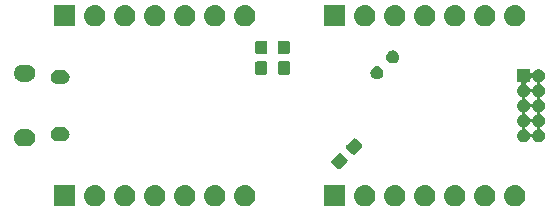
<source format=gbs>
G04 #@! TF.GenerationSoftware,KiCad,Pcbnew,(5.1.2)-2*
G04 #@! TF.CreationDate,2019-11-25T16:57:55+01:00*
G04 #@! TF.ProjectId,nanoSAMD21E18v1,6e616e6f-5341-44d4-9432-314531387631,rev?*
G04 #@! TF.SameCoordinates,Original*
G04 #@! TF.FileFunction,Soldermask,Bot*
G04 #@! TF.FilePolarity,Negative*
%FSLAX46Y46*%
G04 Gerber Fmt 4.6, Leading zero omitted, Abs format (unit mm)*
G04 Created by KiCad (PCBNEW (5.1.2)-2) date 2019-11-25 16:57:55*
%MOMM*%
%LPD*%
G04 APERTURE LIST*
%ADD10C,0.100000*%
G04 APERTURE END LIST*
D10*
G36*
X128380443Y-100451519D02*
G01*
X128446627Y-100458037D01*
X128616466Y-100509557D01*
X128772991Y-100593222D01*
X128808729Y-100622552D01*
X128910186Y-100705814D01*
X128993448Y-100807271D01*
X129022778Y-100843009D01*
X129106443Y-100999534D01*
X129157963Y-101169373D01*
X129175359Y-101346000D01*
X129157963Y-101522627D01*
X129106443Y-101692466D01*
X129022778Y-101848991D01*
X128993448Y-101884729D01*
X128910186Y-101986186D01*
X128808729Y-102069448D01*
X128772991Y-102098778D01*
X128616466Y-102182443D01*
X128446627Y-102233963D01*
X128380443Y-102240481D01*
X128314260Y-102247000D01*
X128225740Y-102247000D01*
X128159557Y-102240481D01*
X128093373Y-102233963D01*
X127923534Y-102182443D01*
X127767009Y-102098778D01*
X127731271Y-102069448D01*
X127629814Y-101986186D01*
X127546552Y-101884729D01*
X127517222Y-101848991D01*
X127433557Y-101692466D01*
X127382037Y-101522627D01*
X127364641Y-101346000D01*
X127382037Y-101169373D01*
X127433557Y-100999534D01*
X127517222Y-100843009D01*
X127546552Y-100807271D01*
X127629814Y-100705814D01*
X127731271Y-100622552D01*
X127767009Y-100593222D01*
X127923534Y-100509557D01*
X128093373Y-100458037D01*
X128159557Y-100451519D01*
X128225740Y-100445000D01*
X128314260Y-100445000D01*
X128380443Y-100451519D01*
X128380443Y-100451519D01*
G37*
G36*
X161400443Y-100451519D02*
G01*
X161466627Y-100458037D01*
X161636466Y-100509557D01*
X161792991Y-100593222D01*
X161828729Y-100622552D01*
X161930186Y-100705814D01*
X162013448Y-100807271D01*
X162042778Y-100843009D01*
X162126443Y-100999534D01*
X162177963Y-101169373D01*
X162195359Y-101346000D01*
X162177963Y-101522627D01*
X162126443Y-101692466D01*
X162042778Y-101848991D01*
X162013448Y-101884729D01*
X161930186Y-101986186D01*
X161828729Y-102069448D01*
X161792991Y-102098778D01*
X161636466Y-102182443D01*
X161466627Y-102233963D01*
X161400443Y-102240481D01*
X161334260Y-102247000D01*
X161245740Y-102247000D01*
X161179557Y-102240481D01*
X161113373Y-102233963D01*
X160943534Y-102182443D01*
X160787009Y-102098778D01*
X160751271Y-102069448D01*
X160649814Y-101986186D01*
X160566552Y-101884729D01*
X160537222Y-101848991D01*
X160453557Y-101692466D01*
X160402037Y-101522627D01*
X160384641Y-101346000D01*
X160402037Y-101169373D01*
X160453557Y-100999534D01*
X160537222Y-100843009D01*
X160566552Y-100807271D01*
X160649814Y-100705814D01*
X160751271Y-100622552D01*
X160787009Y-100593222D01*
X160943534Y-100509557D01*
X161113373Y-100458037D01*
X161179557Y-100451519D01*
X161245740Y-100445000D01*
X161334260Y-100445000D01*
X161400443Y-100451519D01*
X161400443Y-100451519D01*
G37*
G36*
X126631000Y-102247000D02*
G01*
X124829000Y-102247000D01*
X124829000Y-100445000D01*
X126631000Y-100445000D01*
X126631000Y-102247000D01*
X126631000Y-102247000D01*
G37*
G36*
X130920443Y-100451519D02*
G01*
X130986627Y-100458037D01*
X131156466Y-100509557D01*
X131312991Y-100593222D01*
X131348729Y-100622552D01*
X131450186Y-100705814D01*
X131533448Y-100807271D01*
X131562778Y-100843009D01*
X131646443Y-100999534D01*
X131697963Y-101169373D01*
X131715359Y-101346000D01*
X131697963Y-101522627D01*
X131646443Y-101692466D01*
X131562778Y-101848991D01*
X131533448Y-101884729D01*
X131450186Y-101986186D01*
X131348729Y-102069448D01*
X131312991Y-102098778D01*
X131156466Y-102182443D01*
X130986627Y-102233963D01*
X130920443Y-102240481D01*
X130854260Y-102247000D01*
X130765740Y-102247000D01*
X130699557Y-102240481D01*
X130633373Y-102233963D01*
X130463534Y-102182443D01*
X130307009Y-102098778D01*
X130271271Y-102069448D01*
X130169814Y-101986186D01*
X130086552Y-101884729D01*
X130057222Y-101848991D01*
X129973557Y-101692466D01*
X129922037Y-101522627D01*
X129904641Y-101346000D01*
X129922037Y-101169373D01*
X129973557Y-100999534D01*
X130057222Y-100843009D01*
X130086552Y-100807271D01*
X130169814Y-100705814D01*
X130271271Y-100622552D01*
X130307009Y-100593222D01*
X130463534Y-100509557D01*
X130633373Y-100458037D01*
X130699557Y-100451519D01*
X130765740Y-100445000D01*
X130854260Y-100445000D01*
X130920443Y-100451519D01*
X130920443Y-100451519D01*
G37*
G36*
X133460443Y-100451519D02*
G01*
X133526627Y-100458037D01*
X133696466Y-100509557D01*
X133852991Y-100593222D01*
X133888729Y-100622552D01*
X133990186Y-100705814D01*
X134073448Y-100807271D01*
X134102778Y-100843009D01*
X134186443Y-100999534D01*
X134237963Y-101169373D01*
X134255359Y-101346000D01*
X134237963Y-101522627D01*
X134186443Y-101692466D01*
X134102778Y-101848991D01*
X134073448Y-101884729D01*
X133990186Y-101986186D01*
X133888729Y-102069448D01*
X133852991Y-102098778D01*
X133696466Y-102182443D01*
X133526627Y-102233963D01*
X133460443Y-102240481D01*
X133394260Y-102247000D01*
X133305740Y-102247000D01*
X133239557Y-102240481D01*
X133173373Y-102233963D01*
X133003534Y-102182443D01*
X132847009Y-102098778D01*
X132811271Y-102069448D01*
X132709814Y-101986186D01*
X132626552Y-101884729D01*
X132597222Y-101848991D01*
X132513557Y-101692466D01*
X132462037Y-101522627D01*
X132444641Y-101346000D01*
X132462037Y-101169373D01*
X132513557Y-100999534D01*
X132597222Y-100843009D01*
X132626552Y-100807271D01*
X132709814Y-100705814D01*
X132811271Y-100622552D01*
X132847009Y-100593222D01*
X133003534Y-100509557D01*
X133173373Y-100458037D01*
X133239557Y-100451519D01*
X133305740Y-100445000D01*
X133394260Y-100445000D01*
X133460443Y-100451519D01*
X133460443Y-100451519D01*
G37*
G36*
X136000443Y-100451519D02*
G01*
X136066627Y-100458037D01*
X136236466Y-100509557D01*
X136392991Y-100593222D01*
X136428729Y-100622552D01*
X136530186Y-100705814D01*
X136613448Y-100807271D01*
X136642778Y-100843009D01*
X136726443Y-100999534D01*
X136777963Y-101169373D01*
X136795359Y-101346000D01*
X136777963Y-101522627D01*
X136726443Y-101692466D01*
X136642778Y-101848991D01*
X136613448Y-101884729D01*
X136530186Y-101986186D01*
X136428729Y-102069448D01*
X136392991Y-102098778D01*
X136236466Y-102182443D01*
X136066627Y-102233963D01*
X136000443Y-102240481D01*
X135934260Y-102247000D01*
X135845740Y-102247000D01*
X135779557Y-102240481D01*
X135713373Y-102233963D01*
X135543534Y-102182443D01*
X135387009Y-102098778D01*
X135351271Y-102069448D01*
X135249814Y-101986186D01*
X135166552Y-101884729D01*
X135137222Y-101848991D01*
X135053557Y-101692466D01*
X135002037Y-101522627D01*
X134984641Y-101346000D01*
X135002037Y-101169373D01*
X135053557Y-100999534D01*
X135137222Y-100843009D01*
X135166552Y-100807271D01*
X135249814Y-100705814D01*
X135351271Y-100622552D01*
X135387009Y-100593222D01*
X135543534Y-100509557D01*
X135713373Y-100458037D01*
X135779557Y-100451519D01*
X135845740Y-100445000D01*
X135934260Y-100445000D01*
X136000443Y-100451519D01*
X136000443Y-100451519D01*
G37*
G36*
X138540443Y-100451519D02*
G01*
X138606627Y-100458037D01*
X138776466Y-100509557D01*
X138932991Y-100593222D01*
X138968729Y-100622552D01*
X139070186Y-100705814D01*
X139153448Y-100807271D01*
X139182778Y-100843009D01*
X139266443Y-100999534D01*
X139317963Y-101169373D01*
X139335359Y-101346000D01*
X139317963Y-101522627D01*
X139266443Y-101692466D01*
X139182778Y-101848991D01*
X139153448Y-101884729D01*
X139070186Y-101986186D01*
X138968729Y-102069448D01*
X138932991Y-102098778D01*
X138776466Y-102182443D01*
X138606627Y-102233963D01*
X138540443Y-102240481D01*
X138474260Y-102247000D01*
X138385740Y-102247000D01*
X138319557Y-102240481D01*
X138253373Y-102233963D01*
X138083534Y-102182443D01*
X137927009Y-102098778D01*
X137891271Y-102069448D01*
X137789814Y-101986186D01*
X137706552Y-101884729D01*
X137677222Y-101848991D01*
X137593557Y-101692466D01*
X137542037Y-101522627D01*
X137524641Y-101346000D01*
X137542037Y-101169373D01*
X137593557Y-100999534D01*
X137677222Y-100843009D01*
X137706552Y-100807271D01*
X137789814Y-100705814D01*
X137891271Y-100622552D01*
X137927009Y-100593222D01*
X138083534Y-100509557D01*
X138253373Y-100458037D01*
X138319557Y-100451519D01*
X138385740Y-100445000D01*
X138474260Y-100445000D01*
X138540443Y-100451519D01*
X138540443Y-100451519D01*
G37*
G36*
X149491000Y-102247000D02*
G01*
X147689000Y-102247000D01*
X147689000Y-100445000D01*
X149491000Y-100445000D01*
X149491000Y-102247000D01*
X149491000Y-102247000D01*
G37*
G36*
X163940443Y-100451519D02*
G01*
X164006627Y-100458037D01*
X164176466Y-100509557D01*
X164332991Y-100593222D01*
X164368729Y-100622552D01*
X164470186Y-100705814D01*
X164553448Y-100807271D01*
X164582778Y-100843009D01*
X164666443Y-100999534D01*
X164717963Y-101169373D01*
X164735359Y-101346000D01*
X164717963Y-101522627D01*
X164666443Y-101692466D01*
X164582778Y-101848991D01*
X164553448Y-101884729D01*
X164470186Y-101986186D01*
X164368729Y-102069448D01*
X164332991Y-102098778D01*
X164176466Y-102182443D01*
X164006627Y-102233963D01*
X163940443Y-102240481D01*
X163874260Y-102247000D01*
X163785740Y-102247000D01*
X163719557Y-102240481D01*
X163653373Y-102233963D01*
X163483534Y-102182443D01*
X163327009Y-102098778D01*
X163291271Y-102069448D01*
X163189814Y-101986186D01*
X163106552Y-101884729D01*
X163077222Y-101848991D01*
X162993557Y-101692466D01*
X162942037Y-101522627D01*
X162924641Y-101346000D01*
X162942037Y-101169373D01*
X162993557Y-100999534D01*
X163077222Y-100843009D01*
X163106552Y-100807271D01*
X163189814Y-100705814D01*
X163291271Y-100622552D01*
X163327009Y-100593222D01*
X163483534Y-100509557D01*
X163653373Y-100458037D01*
X163719557Y-100451519D01*
X163785740Y-100445000D01*
X163874260Y-100445000D01*
X163940443Y-100451519D01*
X163940443Y-100451519D01*
G37*
G36*
X158860443Y-100451519D02*
G01*
X158926627Y-100458037D01*
X159096466Y-100509557D01*
X159252991Y-100593222D01*
X159288729Y-100622552D01*
X159390186Y-100705814D01*
X159473448Y-100807271D01*
X159502778Y-100843009D01*
X159586443Y-100999534D01*
X159637963Y-101169373D01*
X159655359Y-101346000D01*
X159637963Y-101522627D01*
X159586443Y-101692466D01*
X159502778Y-101848991D01*
X159473448Y-101884729D01*
X159390186Y-101986186D01*
X159288729Y-102069448D01*
X159252991Y-102098778D01*
X159096466Y-102182443D01*
X158926627Y-102233963D01*
X158860443Y-102240481D01*
X158794260Y-102247000D01*
X158705740Y-102247000D01*
X158639557Y-102240481D01*
X158573373Y-102233963D01*
X158403534Y-102182443D01*
X158247009Y-102098778D01*
X158211271Y-102069448D01*
X158109814Y-101986186D01*
X158026552Y-101884729D01*
X157997222Y-101848991D01*
X157913557Y-101692466D01*
X157862037Y-101522627D01*
X157844641Y-101346000D01*
X157862037Y-101169373D01*
X157913557Y-100999534D01*
X157997222Y-100843009D01*
X158026552Y-100807271D01*
X158109814Y-100705814D01*
X158211271Y-100622552D01*
X158247009Y-100593222D01*
X158403534Y-100509557D01*
X158573373Y-100458037D01*
X158639557Y-100451519D01*
X158705740Y-100445000D01*
X158794260Y-100445000D01*
X158860443Y-100451519D01*
X158860443Y-100451519D01*
G37*
G36*
X156320443Y-100451519D02*
G01*
X156386627Y-100458037D01*
X156556466Y-100509557D01*
X156712991Y-100593222D01*
X156748729Y-100622552D01*
X156850186Y-100705814D01*
X156933448Y-100807271D01*
X156962778Y-100843009D01*
X157046443Y-100999534D01*
X157097963Y-101169373D01*
X157115359Y-101346000D01*
X157097963Y-101522627D01*
X157046443Y-101692466D01*
X156962778Y-101848991D01*
X156933448Y-101884729D01*
X156850186Y-101986186D01*
X156748729Y-102069448D01*
X156712991Y-102098778D01*
X156556466Y-102182443D01*
X156386627Y-102233963D01*
X156320443Y-102240481D01*
X156254260Y-102247000D01*
X156165740Y-102247000D01*
X156099557Y-102240481D01*
X156033373Y-102233963D01*
X155863534Y-102182443D01*
X155707009Y-102098778D01*
X155671271Y-102069448D01*
X155569814Y-101986186D01*
X155486552Y-101884729D01*
X155457222Y-101848991D01*
X155373557Y-101692466D01*
X155322037Y-101522627D01*
X155304641Y-101346000D01*
X155322037Y-101169373D01*
X155373557Y-100999534D01*
X155457222Y-100843009D01*
X155486552Y-100807271D01*
X155569814Y-100705814D01*
X155671271Y-100622552D01*
X155707009Y-100593222D01*
X155863534Y-100509557D01*
X156033373Y-100458037D01*
X156099557Y-100451519D01*
X156165740Y-100445000D01*
X156254260Y-100445000D01*
X156320443Y-100451519D01*
X156320443Y-100451519D01*
G37*
G36*
X153780443Y-100451519D02*
G01*
X153846627Y-100458037D01*
X154016466Y-100509557D01*
X154172991Y-100593222D01*
X154208729Y-100622552D01*
X154310186Y-100705814D01*
X154393448Y-100807271D01*
X154422778Y-100843009D01*
X154506443Y-100999534D01*
X154557963Y-101169373D01*
X154575359Y-101346000D01*
X154557963Y-101522627D01*
X154506443Y-101692466D01*
X154422778Y-101848991D01*
X154393448Y-101884729D01*
X154310186Y-101986186D01*
X154208729Y-102069448D01*
X154172991Y-102098778D01*
X154016466Y-102182443D01*
X153846627Y-102233963D01*
X153780443Y-102240481D01*
X153714260Y-102247000D01*
X153625740Y-102247000D01*
X153559557Y-102240481D01*
X153493373Y-102233963D01*
X153323534Y-102182443D01*
X153167009Y-102098778D01*
X153131271Y-102069448D01*
X153029814Y-101986186D01*
X152946552Y-101884729D01*
X152917222Y-101848991D01*
X152833557Y-101692466D01*
X152782037Y-101522627D01*
X152764641Y-101346000D01*
X152782037Y-101169373D01*
X152833557Y-100999534D01*
X152917222Y-100843009D01*
X152946552Y-100807271D01*
X153029814Y-100705814D01*
X153131271Y-100622552D01*
X153167009Y-100593222D01*
X153323534Y-100509557D01*
X153493373Y-100458037D01*
X153559557Y-100451519D01*
X153625740Y-100445000D01*
X153714260Y-100445000D01*
X153780443Y-100451519D01*
X153780443Y-100451519D01*
G37*
G36*
X151240443Y-100451519D02*
G01*
X151306627Y-100458037D01*
X151476466Y-100509557D01*
X151632991Y-100593222D01*
X151668729Y-100622552D01*
X151770186Y-100705814D01*
X151853448Y-100807271D01*
X151882778Y-100843009D01*
X151966443Y-100999534D01*
X152017963Y-101169373D01*
X152035359Y-101346000D01*
X152017963Y-101522627D01*
X151966443Y-101692466D01*
X151882778Y-101848991D01*
X151853448Y-101884729D01*
X151770186Y-101986186D01*
X151668729Y-102069448D01*
X151632991Y-102098778D01*
X151476466Y-102182443D01*
X151306627Y-102233963D01*
X151240443Y-102240481D01*
X151174260Y-102247000D01*
X151085740Y-102247000D01*
X151019557Y-102240481D01*
X150953373Y-102233963D01*
X150783534Y-102182443D01*
X150627009Y-102098778D01*
X150591271Y-102069448D01*
X150489814Y-101986186D01*
X150406552Y-101884729D01*
X150377222Y-101848991D01*
X150293557Y-101692466D01*
X150242037Y-101522627D01*
X150224641Y-101346000D01*
X150242037Y-101169373D01*
X150293557Y-100999534D01*
X150377222Y-100843009D01*
X150406552Y-100807271D01*
X150489814Y-100705814D01*
X150591271Y-100622552D01*
X150627009Y-100593222D01*
X150783534Y-100509557D01*
X150953373Y-100458037D01*
X151019557Y-100451519D01*
X151085740Y-100445000D01*
X151174260Y-100445000D01*
X151240443Y-100451519D01*
X151240443Y-100451519D01*
G37*
G36*
X141080443Y-100451519D02*
G01*
X141146627Y-100458037D01*
X141316466Y-100509557D01*
X141472991Y-100593222D01*
X141508729Y-100622552D01*
X141610186Y-100705814D01*
X141693448Y-100807271D01*
X141722778Y-100843009D01*
X141806443Y-100999534D01*
X141857963Y-101169373D01*
X141875359Y-101346000D01*
X141857963Y-101522627D01*
X141806443Y-101692466D01*
X141722778Y-101848991D01*
X141693448Y-101884729D01*
X141610186Y-101986186D01*
X141508729Y-102069448D01*
X141472991Y-102098778D01*
X141316466Y-102182443D01*
X141146627Y-102233963D01*
X141080443Y-102240481D01*
X141014260Y-102247000D01*
X140925740Y-102247000D01*
X140859557Y-102240481D01*
X140793373Y-102233963D01*
X140623534Y-102182443D01*
X140467009Y-102098778D01*
X140431271Y-102069448D01*
X140329814Y-101986186D01*
X140246552Y-101884729D01*
X140217222Y-101848991D01*
X140133557Y-101692466D01*
X140082037Y-101522627D01*
X140064641Y-101346000D01*
X140082037Y-101169373D01*
X140133557Y-100999534D01*
X140217222Y-100843009D01*
X140246552Y-100807271D01*
X140329814Y-100705814D01*
X140431271Y-100622552D01*
X140467009Y-100593222D01*
X140623534Y-100509557D01*
X140793373Y-100458037D01*
X140859557Y-100451519D01*
X140925740Y-100445000D01*
X141014260Y-100445000D01*
X141080443Y-100451519D01*
X141080443Y-100451519D01*
G37*
G36*
X149061636Y-97716981D02*
G01*
X149099132Y-97728356D01*
X149133691Y-97746828D01*
X149168755Y-97775604D01*
X149620396Y-98227245D01*
X149649172Y-98262309D01*
X149667644Y-98296868D01*
X149679019Y-98334364D01*
X149682859Y-98373363D01*
X149679019Y-98412362D01*
X149667644Y-98449858D01*
X149649172Y-98484417D01*
X149620396Y-98519481D01*
X149098045Y-99041832D01*
X149062981Y-99070608D01*
X149028422Y-99089080D01*
X148990926Y-99100455D01*
X148951927Y-99104295D01*
X148912928Y-99100455D01*
X148875432Y-99089080D01*
X148840873Y-99070608D01*
X148805809Y-99041832D01*
X148354168Y-98590191D01*
X148325392Y-98555127D01*
X148306920Y-98520568D01*
X148295545Y-98483072D01*
X148291705Y-98444073D01*
X148295545Y-98405074D01*
X148306920Y-98367578D01*
X148325392Y-98333019D01*
X148354168Y-98297955D01*
X148876519Y-97775604D01*
X148911583Y-97746828D01*
X148946142Y-97728356D01*
X148983638Y-97716981D01*
X149022637Y-97713141D01*
X149061636Y-97716981D01*
X149061636Y-97716981D01*
G37*
G36*
X150299072Y-96479545D02*
G01*
X150336568Y-96490920D01*
X150371127Y-96509392D01*
X150406191Y-96538168D01*
X150857832Y-96989809D01*
X150886608Y-97024873D01*
X150905080Y-97059432D01*
X150916455Y-97096928D01*
X150920295Y-97135927D01*
X150916455Y-97174926D01*
X150905080Y-97212422D01*
X150886608Y-97246981D01*
X150857832Y-97282045D01*
X150335481Y-97804396D01*
X150300417Y-97833172D01*
X150265858Y-97851644D01*
X150228362Y-97863019D01*
X150189363Y-97866859D01*
X150150364Y-97863019D01*
X150112868Y-97851644D01*
X150078309Y-97833172D01*
X150043245Y-97804396D01*
X149591604Y-97352755D01*
X149562828Y-97317691D01*
X149544356Y-97283132D01*
X149532981Y-97245636D01*
X149529141Y-97206637D01*
X149532981Y-97167638D01*
X149544356Y-97130142D01*
X149562828Y-97095583D01*
X149591604Y-97060519D01*
X150113955Y-96538168D01*
X150149019Y-96509392D01*
X150183578Y-96490920D01*
X150221074Y-96479545D01*
X150260073Y-96475705D01*
X150299072Y-96479545D01*
X150299072Y-96479545D01*
G37*
G36*
X122575213Y-95708502D02*
G01*
X122646321Y-95715505D01*
X122774805Y-95754481D01*
X122783175Y-95757020D01*
X122909294Y-95824432D01*
X123019843Y-95915157D01*
X123110568Y-96025706D01*
X123177980Y-96151825D01*
X123177981Y-96151828D01*
X123219495Y-96288679D01*
X123233512Y-96431000D01*
X123219495Y-96573321D01*
X123204385Y-96623130D01*
X123177980Y-96710175D01*
X123110568Y-96836294D01*
X123019843Y-96946843D01*
X122909294Y-97037568D01*
X122783175Y-97104980D01*
X122783172Y-97104981D01*
X122646321Y-97146495D01*
X122575213Y-97153498D01*
X122539660Y-97157000D01*
X122118340Y-97157000D01*
X122082787Y-97153498D01*
X122011679Y-97146495D01*
X121874828Y-97104981D01*
X121874825Y-97104980D01*
X121748706Y-97037568D01*
X121638157Y-96946843D01*
X121547432Y-96836294D01*
X121480020Y-96710175D01*
X121453615Y-96623130D01*
X121438505Y-96573321D01*
X121424488Y-96431000D01*
X121438505Y-96288679D01*
X121480019Y-96151828D01*
X121480020Y-96151825D01*
X121547432Y-96025706D01*
X121638157Y-95915157D01*
X121748706Y-95824432D01*
X121874825Y-95757020D01*
X121883195Y-95754481D01*
X122011679Y-95715505D01*
X122082787Y-95708502D01*
X122118340Y-95705000D01*
X122539660Y-95705000D01*
X122575213Y-95708502D01*
X122575213Y-95708502D01*
G37*
G36*
X165143000Y-90863265D02*
G01*
X165145402Y-90887651D01*
X165152515Y-90911100D01*
X165164066Y-90932711D01*
X165179611Y-90951653D01*
X165198553Y-90967198D01*
X165220164Y-90978749D01*
X165243613Y-90985862D01*
X165267999Y-90988264D01*
X165292385Y-90985862D01*
X165315834Y-90978749D01*
X165337445Y-90967198D01*
X165356387Y-90951653D01*
X165371932Y-90932711D01*
X165378233Y-90922198D01*
X165401644Y-90878400D01*
X165470499Y-90794499D01*
X165498793Y-90771279D01*
X165554400Y-90725643D01*
X165623523Y-90688696D01*
X165650121Y-90674479D01*
X165753985Y-90642973D01*
X165834933Y-90635000D01*
X165889067Y-90635000D01*
X165970015Y-90642973D01*
X166073879Y-90674479D01*
X166100477Y-90688696D01*
X166169600Y-90725643D01*
X166253501Y-90794499D01*
X166322357Y-90878400D01*
X166358216Y-90945488D01*
X166373521Y-90974121D01*
X166405027Y-91077985D01*
X166415666Y-91186000D01*
X166405027Y-91294015D01*
X166373521Y-91397879D01*
X166373191Y-91398496D01*
X166322357Y-91493600D01*
X166253501Y-91577501D01*
X166169600Y-91646357D01*
X166101055Y-91682995D01*
X166073879Y-91697521D01*
X166061131Y-91701388D01*
X166038504Y-91710760D01*
X166018130Y-91724374D01*
X166000803Y-91741701D01*
X165987189Y-91762075D01*
X165977812Y-91784714D01*
X165973031Y-91808747D01*
X165973031Y-91833251D01*
X165977811Y-91857285D01*
X165987188Y-91879924D01*
X166000802Y-91900298D01*
X166018129Y-91917625D01*
X166038503Y-91931239D01*
X166061131Y-91940612D01*
X166073879Y-91944479D01*
X166100344Y-91958625D01*
X166169600Y-91995643D01*
X166253501Y-92064499D01*
X166322357Y-92148400D01*
X166358995Y-92216945D01*
X166373521Y-92244121D01*
X166405027Y-92347985D01*
X166415666Y-92456000D01*
X166405027Y-92564015D01*
X166373521Y-92667879D01*
X166373519Y-92667882D01*
X166322357Y-92763600D01*
X166253501Y-92847501D01*
X166169600Y-92916357D01*
X166101055Y-92952995D01*
X166073879Y-92967521D01*
X166061131Y-92971388D01*
X166038504Y-92980760D01*
X166018130Y-92994374D01*
X166000803Y-93011701D01*
X165987189Y-93032075D01*
X165977812Y-93054714D01*
X165973031Y-93078747D01*
X165973031Y-93103251D01*
X165977811Y-93127285D01*
X165987188Y-93149924D01*
X166000802Y-93170298D01*
X166018129Y-93187625D01*
X166038503Y-93201239D01*
X166061131Y-93210612D01*
X166073879Y-93214479D01*
X166101055Y-93229005D01*
X166169600Y-93265643D01*
X166253501Y-93334499D01*
X166322357Y-93418400D01*
X166358995Y-93486945D01*
X166373521Y-93514121D01*
X166405027Y-93617985D01*
X166415666Y-93726000D01*
X166405027Y-93834015D01*
X166373521Y-93937879D01*
X166373519Y-93937882D01*
X166322357Y-94033600D01*
X166253501Y-94117501D01*
X166169600Y-94186357D01*
X166101055Y-94222995D01*
X166073879Y-94237521D01*
X166061131Y-94241388D01*
X166038504Y-94250760D01*
X166018130Y-94264374D01*
X166000803Y-94281701D01*
X165987189Y-94302075D01*
X165977812Y-94324714D01*
X165973031Y-94348747D01*
X165973031Y-94373251D01*
X165977811Y-94397285D01*
X165987188Y-94419924D01*
X166000802Y-94440298D01*
X166018129Y-94457625D01*
X166038503Y-94471239D01*
X166061131Y-94480612D01*
X166073879Y-94484479D01*
X166101055Y-94499005D01*
X166169600Y-94535643D01*
X166253501Y-94604499D01*
X166322357Y-94688400D01*
X166358995Y-94756945D01*
X166373521Y-94784121D01*
X166405027Y-94887985D01*
X166415666Y-94996000D01*
X166405027Y-95104015D01*
X166373521Y-95207879D01*
X166373519Y-95207882D01*
X166322357Y-95303600D01*
X166253501Y-95387501D01*
X166169600Y-95456357D01*
X166101055Y-95492995D01*
X166073879Y-95507521D01*
X166061131Y-95511388D01*
X166038504Y-95520760D01*
X166018130Y-95534374D01*
X166000803Y-95551701D01*
X165987189Y-95572075D01*
X165977812Y-95594714D01*
X165973031Y-95618747D01*
X165973031Y-95643251D01*
X165977811Y-95667285D01*
X165987188Y-95689924D01*
X166000802Y-95710298D01*
X166018129Y-95727625D01*
X166038503Y-95741239D01*
X166061131Y-95750612D01*
X166073879Y-95754479D01*
X166101055Y-95769005D01*
X166169600Y-95805643D01*
X166253501Y-95874499D01*
X166322357Y-95958400D01*
X166346293Y-96003182D01*
X166373521Y-96054121D01*
X166405027Y-96157985D01*
X166415666Y-96266000D01*
X166405027Y-96374015D01*
X166373521Y-96477879D01*
X166373519Y-96477882D01*
X166322357Y-96573600D01*
X166253501Y-96657501D01*
X166169600Y-96726357D01*
X166101055Y-96762995D01*
X166073879Y-96777521D01*
X165970015Y-96809027D01*
X165889067Y-96817000D01*
X165834933Y-96817000D01*
X165753985Y-96809027D01*
X165650121Y-96777521D01*
X165622945Y-96762995D01*
X165554400Y-96726357D01*
X165470499Y-96657501D01*
X165401643Y-96573600D01*
X165350481Y-96477882D01*
X165350479Y-96477879D01*
X165346612Y-96465131D01*
X165337240Y-96442504D01*
X165323626Y-96422130D01*
X165306299Y-96404803D01*
X165285925Y-96391189D01*
X165263286Y-96381812D01*
X165239253Y-96377031D01*
X165214749Y-96377031D01*
X165190715Y-96381811D01*
X165168076Y-96391188D01*
X165147702Y-96404802D01*
X165130375Y-96422129D01*
X165116761Y-96442503D01*
X165107388Y-96465131D01*
X165103521Y-96477879D01*
X165103519Y-96477882D01*
X165052357Y-96573600D01*
X164983501Y-96657501D01*
X164899600Y-96726357D01*
X164831055Y-96762995D01*
X164803879Y-96777521D01*
X164700015Y-96809027D01*
X164619067Y-96817000D01*
X164564933Y-96817000D01*
X164483985Y-96809027D01*
X164380121Y-96777521D01*
X164352945Y-96762995D01*
X164284400Y-96726357D01*
X164200499Y-96657501D01*
X164131643Y-96573600D01*
X164080481Y-96477882D01*
X164080479Y-96477879D01*
X164048973Y-96374015D01*
X164038334Y-96266000D01*
X164048973Y-96157985D01*
X164080479Y-96054121D01*
X164107707Y-96003182D01*
X164131643Y-95958400D01*
X164200499Y-95874499D01*
X164284400Y-95805643D01*
X164352945Y-95769005D01*
X164380121Y-95754479D01*
X164392869Y-95750612D01*
X164415496Y-95741240D01*
X164435870Y-95727626D01*
X164453197Y-95710299D01*
X164466811Y-95689925D01*
X164476188Y-95667286D01*
X164480969Y-95643253D01*
X164480969Y-95618749D01*
X164480969Y-95618747D01*
X164703031Y-95618747D01*
X164703031Y-95643251D01*
X164707811Y-95667285D01*
X164717188Y-95689924D01*
X164730802Y-95710298D01*
X164748129Y-95727625D01*
X164768503Y-95741239D01*
X164791131Y-95750612D01*
X164803879Y-95754479D01*
X164831055Y-95769005D01*
X164899600Y-95805643D01*
X164983501Y-95874499D01*
X165052357Y-95958400D01*
X165076293Y-96003182D01*
X165103521Y-96054121D01*
X165107388Y-96066869D01*
X165116760Y-96089496D01*
X165130374Y-96109870D01*
X165147701Y-96127197D01*
X165168075Y-96140811D01*
X165190714Y-96150188D01*
X165214747Y-96154969D01*
X165239251Y-96154969D01*
X165263285Y-96150189D01*
X165285924Y-96140812D01*
X165306298Y-96127198D01*
X165323625Y-96109871D01*
X165337239Y-96089497D01*
X165346612Y-96066869D01*
X165350479Y-96054121D01*
X165377707Y-96003182D01*
X165401643Y-95958400D01*
X165470499Y-95874499D01*
X165554400Y-95805643D01*
X165622945Y-95769005D01*
X165650121Y-95754479D01*
X165662869Y-95750612D01*
X165685496Y-95741240D01*
X165705870Y-95727626D01*
X165723197Y-95710299D01*
X165736811Y-95689925D01*
X165746188Y-95667286D01*
X165750969Y-95643253D01*
X165750969Y-95618749D01*
X165746189Y-95594715D01*
X165736812Y-95572076D01*
X165723198Y-95551702D01*
X165705871Y-95534375D01*
X165685497Y-95520761D01*
X165662869Y-95511388D01*
X165650121Y-95507521D01*
X165622945Y-95492995D01*
X165554400Y-95456357D01*
X165470499Y-95387501D01*
X165401643Y-95303600D01*
X165350481Y-95207882D01*
X165350479Y-95207879D01*
X165346612Y-95195131D01*
X165337240Y-95172504D01*
X165323626Y-95152130D01*
X165306299Y-95134803D01*
X165285925Y-95121189D01*
X165263286Y-95111812D01*
X165239253Y-95107031D01*
X165214749Y-95107031D01*
X165190715Y-95111811D01*
X165168076Y-95121188D01*
X165147702Y-95134802D01*
X165130375Y-95152129D01*
X165116761Y-95172503D01*
X165107388Y-95195131D01*
X165103521Y-95207879D01*
X165103519Y-95207882D01*
X165052357Y-95303600D01*
X164983501Y-95387501D01*
X164899600Y-95456357D01*
X164831055Y-95492995D01*
X164803879Y-95507521D01*
X164791131Y-95511388D01*
X164768504Y-95520760D01*
X164748130Y-95534374D01*
X164730803Y-95551701D01*
X164717189Y-95572075D01*
X164707812Y-95594714D01*
X164703031Y-95618747D01*
X164480969Y-95618747D01*
X164476189Y-95594715D01*
X164466812Y-95572076D01*
X164453198Y-95551702D01*
X164435871Y-95534375D01*
X164415497Y-95520761D01*
X164392869Y-95511388D01*
X164380121Y-95507521D01*
X164352945Y-95492995D01*
X164284400Y-95456357D01*
X164200499Y-95387501D01*
X164131643Y-95303600D01*
X164080481Y-95207882D01*
X164080479Y-95207879D01*
X164048973Y-95104015D01*
X164038334Y-94996000D01*
X164048973Y-94887985D01*
X164080479Y-94784121D01*
X164095005Y-94756945D01*
X164131643Y-94688400D01*
X164200499Y-94604499D01*
X164284400Y-94535643D01*
X164352945Y-94499005D01*
X164380121Y-94484479D01*
X164392869Y-94480612D01*
X164415496Y-94471240D01*
X164435870Y-94457626D01*
X164453197Y-94440299D01*
X164466811Y-94419925D01*
X164476188Y-94397286D01*
X164480969Y-94373253D01*
X164480969Y-94348749D01*
X164480969Y-94348747D01*
X164703031Y-94348747D01*
X164703031Y-94373251D01*
X164707811Y-94397285D01*
X164717188Y-94419924D01*
X164730802Y-94440298D01*
X164748129Y-94457625D01*
X164768503Y-94471239D01*
X164791131Y-94480612D01*
X164803879Y-94484479D01*
X164831055Y-94499005D01*
X164899600Y-94535643D01*
X164983501Y-94604499D01*
X165052357Y-94688400D01*
X165088995Y-94756945D01*
X165103521Y-94784121D01*
X165107388Y-94796869D01*
X165116760Y-94819496D01*
X165130374Y-94839870D01*
X165147701Y-94857197D01*
X165168075Y-94870811D01*
X165190714Y-94880188D01*
X165214747Y-94884969D01*
X165239251Y-94884969D01*
X165263285Y-94880189D01*
X165285924Y-94870812D01*
X165306298Y-94857198D01*
X165323625Y-94839871D01*
X165337239Y-94819497D01*
X165346612Y-94796869D01*
X165350479Y-94784121D01*
X165365005Y-94756945D01*
X165401643Y-94688400D01*
X165470499Y-94604499D01*
X165554400Y-94535643D01*
X165622945Y-94499005D01*
X165650121Y-94484479D01*
X165662869Y-94480612D01*
X165685496Y-94471240D01*
X165705870Y-94457626D01*
X165723197Y-94440299D01*
X165736811Y-94419925D01*
X165746188Y-94397286D01*
X165750969Y-94373253D01*
X165750969Y-94348749D01*
X165746189Y-94324715D01*
X165736812Y-94302076D01*
X165723198Y-94281702D01*
X165705871Y-94264375D01*
X165685497Y-94250761D01*
X165662869Y-94241388D01*
X165650121Y-94237521D01*
X165622945Y-94222995D01*
X165554400Y-94186357D01*
X165470499Y-94117501D01*
X165401643Y-94033600D01*
X165350481Y-93937882D01*
X165350479Y-93937879D01*
X165346612Y-93925131D01*
X165337240Y-93902504D01*
X165323626Y-93882130D01*
X165306299Y-93864803D01*
X165285925Y-93851189D01*
X165263286Y-93841812D01*
X165239253Y-93837031D01*
X165214749Y-93837031D01*
X165190715Y-93841811D01*
X165168076Y-93851188D01*
X165147702Y-93864802D01*
X165130375Y-93882129D01*
X165116761Y-93902503D01*
X165107388Y-93925131D01*
X165103521Y-93937879D01*
X165103519Y-93937882D01*
X165052357Y-94033600D01*
X164983501Y-94117501D01*
X164899600Y-94186357D01*
X164831055Y-94222995D01*
X164803879Y-94237521D01*
X164791131Y-94241388D01*
X164768504Y-94250760D01*
X164748130Y-94264374D01*
X164730803Y-94281701D01*
X164717189Y-94302075D01*
X164707812Y-94324714D01*
X164703031Y-94348747D01*
X164480969Y-94348747D01*
X164476189Y-94324715D01*
X164466812Y-94302076D01*
X164453198Y-94281702D01*
X164435871Y-94264375D01*
X164415497Y-94250761D01*
X164392869Y-94241388D01*
X164380121Y-94237521D01*
X164352945Y-94222995D01*
X164284400Y-94186357D01*
X164200499Y-94117501D01*
X164131643Y-94033600D01*
X164080481Y-93937882D01*
X164080479Y-93937879D01*
X164048973Y-93834015D01*
X164038334Y-93726000D01*
X164048973Y-93617985D01*
X164080479Y-93514121D01*
X164095005Y-93486945D01*
X164131643Y-93418400D01*
X164200499Y-93334499D01*
X164284400Y-93265643D01*
X164352945Y-93229005D01*
X164380121Y-93214479D01*
X164392869Y-93210612D01*
X164415496Y-93201240D01*
X164435870Y-93187626D01*
X164453197Y-93170299D01*
X164466811Y-93149925D01*
X164476188Y-93127286D01*
X164480969Y-93103253D01*
X164480969Y-93078749D01*
X164480969Y-93078747D01*
X164703031Y-93078747D01*
X164703031Y-93103251D01*
X164707811Y-93127285D01*
X164717188Y-93149924D01*
X164730802Y-93170298D01*
X164748129Y-93187625D01*
X164768503Y-93201239D01*
X164791131Y-93210612D01*
X164803879Y-93214479D01*
X164831055Y-93229005D01*
X164899600Y-93265643D01*
X164983501Y-93334499D01*
X165052357Y-93418400D01*
X165088995Y-93486945D01*
X165103521Y-93514121D01*
X165107388Y-93526869D01*
X165116760Y-93549496D01*
X165130374Y-93569870D01*
X165147701Y-93587197D01*
X165168075Y-93600811D01*
X165190714Y-93610188D01*
X165214747Y-93614969D01*
X165239251Y-93614969D01*
X165263285Y-93610189D01*
X165285924Y-93600812D01*
X165306298Y-93587198D01*
X165323625Y-93569871D01*
X165337239Y-93549497D01*
X165346612Y-93526869D01*
X165350479Y-93514121D01*
X165365005Y-93486945D01*
X165401643Y-93418400D01*
X165470499Y-93334499D01*
X165554400Y-93265643D01*
X165622945Y-93229005D01*
X165650121Y-93214479D01*
X165662869Y-93210612D01*
X165685496Y-93201240D01*
X165705870Y-93187626D01*
X165723197Y-93170299D01*
X165736811Y-93149925D01*
X165746188Y-93127286D01*
X165750969Y-93103253D01*
X165750969Y-93078749D01*
X165746189Y-93054715D01*
X165736812Y-93032076D01*
X165723198Y-93011702D01*
X165705871Y-92994375D01*
X165685497Y-92980761D01*
X165662869Y-92971388D01*
X165650121Y-92967521D01*
X165622945Y-92952995D01*
X165554400Y-92916357D01*
X165470499Y-92847501D01*
X165401643Y-92763600D01*
X165350481Y-92667882D01*
X165350479Y-92667879D01*
X165346612Y-92655131D01*
X165337240Y-92632504D01*
X165323626Y-92612130D01*
X165306299Y-92594803D01*
X165285925Y-92581189D01*
X165263286Y-92571812D01*
X165239253Y-92567031D01*
X165214749Y-92567031D01*
X165190715Y-92571811D01*
X165168076Y-92581188D01*
X165147702Y-92594802D01*
X165130375Y-92612129D01*
X165116761Y-92632503D01*
X165107388Y-92655131D01*
X165103521Y-92667879D01*
X165103519Y-92667882D01*
X165052357Y-92763600D01*
X164983501Y-92847501D01*
X164899600Y-92916357D01*
X164831055Y-92952995D01*
X164803879Y-92967521D01*
X164791131Y-92971388D01*
X164768504Y-92980760D01*
X164748130Y-92994374D01*
X164730803Y-93011701D01*
X164717189Y-93032075D01*
X164707812Y-93054714D01*
X164703031Y-93078747D01*
X164480969Y-93078747D01*
X164476189Y-93054715D01*
X164466812Y-93032076D01*
X164453198Y-93011702D01*
X164435871Y-92994375D01*
X164415497Y-92980761D01*
X164392869Y-92971388D01*
X164380121Y-92967521D01*
X164352945Y-92952995D01*
X164284400Y-92916357D01*
X164200499Y-92847501D01*
X164131643Y-92763600D01*
X164080481Y-92667882D01*
X164080479Y-92667879D01*
X164048973Y-92564015D01*
X164038334Y-92456000D01*
X164048973Y-92347985D01*
X164080479Y-92244121D01*
X164095005Y-92216945D01*
X164131643Y-92148400D01*
X164200499Y-92064499D01*
X164284399Y-91995645D01*
X164284398Y-91995645D01*
X164284400Y-91995644D01*
X164328193Y-91972236D01*
X164348563Y-91958625D01*
X164365890Y-91941298D01*
X164379504Y-91920924D01*
X164388881Y-91898285D01*
X164393662Y-91874252D01*
X164393662Y-91861999D01*
X164789736Y-91861999D01*
X164792138Y-91886385D01*
X164799251Y-91909834D01*
X164810802Y-91931445D01*
X164826347Y-91950387D01*
X164845289Y-91965932D01*
X164855802Y-91972233D01*
X164899600Y-91995644D01*
X164899602Y-91995645D01*
X164899601Y-91995645D01*
X164983501Y-92064499D01*
X165052357Y-92148400D01*
X165088995Y-92216945D01*
X165103521Y-92244121D01*
X165107388Y-92256869D01*
X165116760Y-92279496D01*
X165130374Y-92299870D01*
X165147701Y-92317197D01*
X165168075Y-92330811D01*
X165190714Y-92340188D01*
X165214747Y-92344969D01*
X165239251Y-92344969D01*
X165263285Y-92340189D01*
X165285924Y-92330812D01*
X165306298Y-92317198D01*
X165323625Y-92299871D01*
X165337239Y-92279497D01*
X165346612Y-92256869D01*
X165350479Y-92244121D01*
X165365005Y-92216945D01*
X165401643Y-92148400D01*
X165470499Y-92064499D01*
X165554400Y-91995643D01*
X165623656Y-91958625D01*
X165650121Y-91944479D01*
X165662869Y-91940612D01*
X165685496Y-91931240D01*
X165705870Y-91917626D01*
X165723197Y-91900299D01*
X165736811Y-91879925D01*
X165746188Y-91857286D01*
X165750969Y-91833253D01*
X165750969Y-91808749D01*
X165746189Y-91784715D01*
X165736812Y-91762076D01*
X165723198Y-91741702D01*
X165705871Y-91724375D01*
X165685497Y-91710761D01*
X165662869Y-91701388D01*
X165650121Y-91697521D01*
X165622945Y-91682995D01*
X165554400Y-91646357D01*
X165470499Y-91577501D01*
X165401644Y-91493600D01*
X165378236Y-91449807D01*
X165364625Y-91429437D01*
X165347298Y-91412110D01*
X165326924Y-91398496D01*
X165304285Y-91389119D01*
X165280252Y-91384338D01*
X165255748Y-91384338D01*
X165231714Y-91389118D01*
X165209076Y-91398495D01*
X165188701Y-91412109D01*
X165171374Y-91429436D01*
X165157760Y-91449810D01*
X165148383Y-91472449D01*
X165143602Y-91496482D01*
X165143000Y-91508735D01*
X165143000Y-91737000D01*
X164914735Y-91737000D01*
X164890349Y-91739402D01*
X164866900Y-91746515D01*
X164845289Y-91758066D01*
X164826347Y-91773611D01*
X164810802Y-91792553D01*
X164799251Y-91814164D01*
X164792138Y-91837613D01*
X164789736Y-91861999D01*
X164393662Y-91861999D01*
X164393662Y-91849748D01*
X164388882Y-91825714D01*
X164379505Y-91803076D01*
X164365891Y-91782701D01*
X164348564Y-91765374D01*
X164328190Y-91751760D01*
X164305551Y-91742383D01*
X164281518Y-91737602D01*
X164269265Y-91737000D01*
X164041000Y-91737000D01*
X164041000Y-90635000D01*
X165143000Y-90635000D01*
X165143000Y-90863265D01*
X165143000Y-90863265D01*
G37*
G36*
X125646818Y-95528696D02*
G01*
X125760105Y-95563062D01*
X125864512Y-95618869D01*
X125956027Y-95693973D01*
X126031131Y-95785488D01*
X126086938Y-95889895D01*
X126121304Y-96003182D01*
X126132907Y-96121000D01*
X126121304Y-96238818D01*
X126086938Y-96352105D01*
X126031131Y-96456512D01*
X125956027Y-96548027D01*
X125864512Y-96623131D01*
X125760105Y-96678938D01*
X125646818Y-96713304D01*
X125558519Y-96722000D01*
X125099481Y-96722000D01*
X125011182Y-96713304D01*
X124897895Y-96678938D01*
X124793488Y-96623131D01*
X124701973Y-96548027D01*
X124626869Y-96456512D01*
X124571062Y-96352105D01*
X124536696Y-96238818D01*
X124525093Y-96121000D01*
X124536696Y-96003182D01*
X124571062Y-95889895D01*
X124626869Y-95785488D01*
X124701973Y-95693973D01*
X124793488Y-95618869D01*
X124897895Y-95563062D01*
X125011182Y-95528696D01*
X125099481Y-95520000D01*
X125558519Y-95520000D01*
X125646818Y-95528696D01*
X125646818Y-95528696D01*
G37*
G36*
X125646818Y-90688696D02*
G01*
X125760105Y-90723062D01*
X125864512Y-90778869D01*
X125956027Y-90853973D01*
X126031131Y-90945488D01*
X126086938Y-91049895D01*
X126121304Y-91163182D01*
X126132907Y-91281000D01*
X126121304Y-91398818D01*
X126086938Y-91512105D01*
X126031131Y-91616512D01*
X125956027Y-91708027D01*
X125864512Y-91783131D01*
X125760105Y-91838938D01*
X125646818Y-91873304D01*
X125558519Y-91882000D01*
X125099481Y-91882000D01*
X125011182Y-91873304D01*
X124897895Y-91838938D01*
X124793488Y-91783131D01*
X124701973Y-91708027D01*
X124626869Y-91616512D01*
X124571062Y-91512105D01*
X124536696Y-91398818D01*
X124525093Y-91281000D01*
X124536696Y-91163182D01*
X124571062Y-91049895D01*
X124626869Y-90945488D01*
X124701973Y-90853973D01*
X124793488Y-90778869D01*
X124897895Y-90723062D01*
X125011182Y-90688696D01*
X125099481Y-90680000D01*
X125558519Y-90680000D01*
X125646818Y-90688696D01*
X125646818Y-90688696D01*
G37*
G36*
X122575213Y-90248502D02*
G01*
X122646321Y-90255505D01*
X122783172Y-90297019D01*
X122783175Y-90297020D01*
X122909294Y-90364432D01*
X123019843Y-90455157D01*
X123110568Y-90565706D01*
X123177980Y-90691825D01*
X123177981Y-90691828D01*
X123219495Y-90828679D01*
X123233512Y-90971000D01*
X123219495Y-91113321D01*
X123195325Y-91192996D01*
X123177980Y-91250175D01*
X123110568Y-91376294D01*
X123019843Y-91486843D01*
X122909294Y-91577568D01*
X122783175Y-91644980D01*
X122783172Y-91644981D01*
X122646321Y-91686495D01*
X122575213Y-91693498D01*
X122539660Y-91697000D01*
X122118340Y-91697000D01*
X122082787Y-91693498D01*
X122011679Y-91686495D01*
X121874828Y-91644981D01*
X121874825Y-91644980D01*
X121748706Y-91577568D01*
X121638157Y-91486843D01*
X121547432Y-91376294D01*
X121480020Y-91250175D01*
X121462675Y-91192996D01*
X121438505Y-91113321D01*
X121424488Y-90971000D01*
X121438505Y-90828679D01*
X121480019Y-90691828D01*
X121480020Y-90691825D01*
X121547432Y-90565706D01*
X121638157Y-90455157D01*
X121748706Y-90364432D01*
X121874825Y-90297020D01*
X121874828Y-90297019D01*
X122011679Y-90255505D01*
X122082787Y-90248502D01*
X122118340Y-90245000D01*
X122539660Y-90245000D01*
X122575213Y-90248502D01*
X122575213Y-90248502D01*
G37*
G36*
X152306721Y-90402174D02*
G01*
X152406995Y-90443709D01*
X152406996Y-90443710D01*
X152497242Y-90504010D01*
X152573990Y-90580758D01*
X152573991Y-90580760D01*
X152634291Y-90671005D01*
X152675826Y-90771279D01*
X152697000Y-90877730D01*
X152697000Y-90986270D01*
X152675826Y-91092721D01*
X152634291Y-91192995D01*
X152634290Y-91192996D01*
X152573990Y-91283242D01*
X152497242Y-91359990D01*
X152460802Y-91384338D01*
X152406995Y-91420291D01*
X152306721Y-91461826D01*
X152200270Y-91483000D01*
X152091730Y-91483000D01*
X151985279Y-91461826D01*
X151885005Y-91420291D01*
X151831198Y-91384338D01*
X151794758Y-91359990D01*
X151718010Y-91283242D01*
X151657710Y-91192996D01*
X151657709Y-91192995D01*
X151616174Y-91092721D01*
X151595000Y-90986270D01*
X151595000Y-90877730D01*
X151616174Y-90771279D01*
X151657709Y-90671005D01*
X151718009Y-90580760D01*
X151718010Y-90580758D01*
X151794758Y-90504010D01*
X151885004Y-90443710D01*
X151885005Y-90443709D01*
X151985279Y-90402174D01*
X152091730Y-90381000D01*
X152200270Y-90381000D01*
X152306721Y-90402174D01*
X152306721Y-90402174D01*
G37*
G36*
X144636499Y-89965445D02*
G01*
X144673995Y-89976820D01*
X144708554Y-89995292D01*
X144738847Y-90020153D01*
X144763708Y-90050446D01*
X144782180Y-90085005D01*
X144793555Y-90122501D01*
X144798000Y-90167638D01*
X144798000Y-90906362D01*
X144793555Y-90951499D01*
X144782180Y-90988995D01*
X144763708Y-91023554D01*
X144738847Y-91053847D01*
X144708554Y-91078708D01*
X144673995Y-91097180D01*
X144636499Y-91108555D01*
X144591362Y-91113000D01*
X143952638Y-91113000D01*
X143907501Y-91108555D01*
X143870005Y-91097180D01*
X143835446Y-91078708D01*
X143805153Y-91053847D01*
X143780292Y-91023554D01*
X143761820Y-90988995D01*
X143750445Y-90951499D01*
X143746000Y-90906362D01*
X143746000Y-90167638D01*
X143750445Y-90122501D01*
X143761820Y-90085005D01*
X143780292Y-90050446D01*
X143805153Y-90020153D01*
X143835446Y-89995292D01*
X143870005Y-89976820D01*
X143907501Y-89965445D01*
X143952638Y-89961000D01*
X144591362Y-89961000D01*
X144636499Y-89965445D01*
X144636499Y-89965445D01*
G37*
G36*
X142731499Y-89965445D02*
G01*
X142768995Y-89976820D01*
X142803554Y-89995292D01*
X142833847Y-90020153D01*
X142858708Y-90050446D01*
X142877180Y-90085005D01*
X142888555Y-90122501D01*
X142893000Y-90167638D01*
X142893000Y-90906362D01*
X142888555Y-90951499D01*
X142877180Y-90988995D01*
X142858708Y-91023554D01*
X142833847Y-91053847D01*
X142803554Y-91078708D01*
X142768995Y-91097180D01*
X142731499Y-91108555D01*
X142686362Y-91113000D01*
X142047638Y-91113000D01*
X142002501Y-91108555D01*
X141965005Y-91097180D01*
X141930446Y-91078708D01*
X141900153Y-91053847D01*
X141875292Y-91023554D01*
X141856820Y-90988995D01*
X141845445Y-90951499D01*
X141841000Y-90906362D01*
X141841000Y-90167638D01*
X141845445Y-90122501D01*
X141856820Y-90085005D01*
X141875292Y-90050446D01*
X141900153Y-90020153D01*
X141930446Y-89995292D01*
X141965005Y-89976820D01*
X142002501Y-89965445D01*
X142047638Y-89961000D01*
X142686362Y-89961000D01*
X142731499Y-89965445D01*
X142731499Y-89965445D01*
G37*
G36*
X153650224Y-89058671D02*
G01*
X153750498Y-89100206D01*
X153750499Y-89100207D01*
X153840745Y-89160507D01*
X153917493Y-89237255D01*
X153923413Y-89246115D01*
X153977794Y-89327502D01*
X154019329Y-89427776D01*
X154040503Y-89534227D01*
X154040503Y-89642767D01*
X154019329Y-89749218D01*
X153977794Y-89849492D01*
X153977793Y-89849493D01*
X153917493Y-89939739D01*
X153840745Y-90016487D01*
X153835258Y-90020153D01*
X153750498Y-90076788D01*
X153650224Y-90118323D01*
X153543773Y-90139497D01*
X153435233Y-90139497D01*
X153328782Y-90118323D01*
X153228508Y-90076788D01*
X153143748Y-90020153D01*
X153138261Y-90016487D01*
X153061513Y-89939739D01*
X153001213Y-89849493D01*
X153001212Y-89849492D01*
X152959677Y-89749218D01*
X152938503Y-89642767D01*
X152938503Y-89534227D01*
X152959677Y-89427776D01*
X153001212Y-89327502D01*
X153055593Y-89246115D01*
X153061513Y-89237255D01*
X153138261Y-89160507D01*
X153228507Y-89100207D01*
X153228508Y-89100206D01*
X153328782Y-89058671D01*
X153435233Y-89037497D01*
X153543773Y-89037497D01*
X153650224Y-89058671D01*
X153650224Y-89058671D01*
G37*
G36*
X144636499Y-88215445D02*
G01*
X144673995Y-88226820D01*
X144708554Y-88245292D01*
X144738847Y-88270153D01*
X144763708Y-88300446D01*
X144782180Y-88335005D01*
X144793555Y-88372501D01*
X144798000Y-88417638D01*
X144798000Y-89156362D01*
X144793555Y-89201499D01*
X144782180Y-89238995D01*
X144763708Y-89273554D01*
X144738847Y-89303847D01*
X144708554Y-89328708D01*
X144673995Y-89347180D01*
X144636499Y-89358555D01*
X144591362Y-89363000D01*
X143952638Y-89363000D01*
X143907501Y-89358555D01*
X143870005Y-89347180D01*
X143835446Y-89328708D01*
X143805153Y-89303847D01*
X143780292Y-89273554D01*
X143761820Y-89238995D01*
X143750445Y-89201499D01*
X143746000Y-89156362D01*
X143746000Y-88417638D01*
X143750445Y-88372501D01*
X143761820Y-88335005D01*
X143780292Y-88300446D01*
X143805153Y-88270153D01*
X143835446Y-88245292D01*
X143870005Y-88226820D01*
X143907501Y-88215445D01*
X143952638Y-88211000D01*
X144591362Y-88211000D01*
X144636499Y-88215445D01*
X144636499Y-88215445D01*
G37*
G36*
X142731499Y-88215445D02*
G01*
X142768995Y-88226820D01*
X142803554Y-88245292D01*
X142833847Y-88270153D01*
X142858708Y-88300446D01*
X142877180Y-88335005D01*
X142888555Y-88372501D01*
X142893000Y-88417638D01*
X142893000Y-89156362D01*
X142888555Y-89201499D01*
X142877180Y-89238995D01*
X142858708Y-89273554D01*
X142833847Y-89303847D01*
X142803554Y-89328708D01*
X142768995Y-89347180D01*
X142731499Y-89358555D01*
X142686362Y-89363000D01*
X142047638Y-89363000D01*
X142002501Y-89358555D01*
X141965005Y-89347180D01*
X141930446Y-89328708D01*
X141900153Y-89303847D01*
X141875292Y-89273554D01*
X141856820Y-89238995D01*
X141845445Y-89201499D01*
X141841000Y-89156362D01*
X141841000Y-88417638D01*
X141845445Y-88372501D01*
X141856820Y-88335005D01*
X141875292Y-88300446D01*
X141900153Y-88270153D01*
X141930446Y-88245292D01*
X141965005Y-88226820D01*
X142002501Y-88215445D01*
X142047638Y-88211000D01*
X142686362Y-88211000D01*
X142731499Y-88215445D01*
X142731499Y-88215445D01*
G37*
G36*
X128380443Y-85211519D02*
G01*
X128446627Y-85218037D01*
X128616466Y-85269557D01*
X128772991Y-85353222D01*
X128808729Y-85382552D01*
X128910186Y-85465814D01*
X128993448Y-85567271D01*
X129022778Y-85603009D01*
X129106443Y-85759534D01*
X129157963Y-85929373D01*
X129175359Y-86106000D01*
X129157963Y-86282627D01*
X129106443Y-86452466D01*
X129022778Y-86608991D01*
X128993448Y-86644729D01*
X128910186Y-86746186D01*
X128808729Y-86829448D01*
X128772991Y-86858778D01*
X128616466Y-86942443D01*
X128446627Y-86993963D01*
X128380442Y-87000482D01*
X128314260Y-87007000D01*
X128225740Y-87007000D01*
X128159558Y-87000482D01*
X128093373Y-86993963D01*
X127923534Y-86942443D01*
X127767009Y-86858778D01*
X127731271Y-86829448D01*
X127629814Y-86746186D01*
X127546552Y-86644729D01*
X127517222Y-86608991D01*
X127433557Y-86452466D01*
X127382037Y-86282627D01*
X127364641Y-86106000D01*
X127382037Y-85929373D01*
X127433557Y-85759534D01*
X127517222Y-85603009D01*
X127546552Y-85567271D01*
X127629814Y-85465814D01*
X127731271Y-85382552D01*
X127767009Y-85353222D01*
X127923534Y-85269557D01*
X128093373Y-85218037D01*
X128159557Y-85211519D01*
X128225740Y-85205000D01*
X128314260Y-85205000D01*
X128380443Y-85211519D01*
X128380443Y-85211519D01*
G37*
G36*
X163940443Y-85211519D02*
G01*
X164006627Y-85218037D01*
X164176466Y-85269557D01*
X164332991Y-85353222D01*
X164368729Y-85382552D01*
X164470186Y-85465814D01*
X164553448Y-85567271D01*
X164582778Y-85603009D01*
X164666443Y-85759534D01*
X164717963Y-85929373D01*
X164735359Y-86106000D01*
X164717963Y-86282627D01*
X164666443Y-86452466D01*
X164582778Y-86608991D01*
X164553448Y-86644729D01*
X164470186Y-86746186D01*
X164368729Y-86829448D01*
X164332991Y-86858778D01*
X164176466Y-86942443D01*
X164006627Y-86993963D01*
X163940442Y-87000482D01*
X163874260Y-87007000D01*
X163785740Y-87007000D01*
X163719558Y-87000482D01*
X163653373Y-86993963D01*
X163483534Y-86942443D01*
X163327009Y-86858778D01*
X163291271Y-86829448D01*
X163189814Y-86746186D01*
X163106552Y-86644729D01*
X163077222Y-86608991D01*
X162993557Y-86452466D01*
X162942037Y-86282627D01*
X162924641Y-86106000D01*
X162942037Y-85929373D01*
X162993557Y-85759534D01*
X163077222Y-85603009D01*
X163106552Y-85567271D01*
X163189814Y-85465814D01*
X163291271Y-85382552D01*
X163327009Y-85353222D01*
X163483534Y-85269557D01*
X163653373Y-85218037D01*
X163719557Y-85211519D01*
X163785740Y-85205000D01*
X163874260Y-85205000D01*
X163940443Y-85211519D01*
X163940443Y-85211519D01*
G37*
G36*
X161400443Y-85211519D02*
G01*
X161466627Y-85218037D01*
X161636466Y-85269557D01*
X161792991Y-85353222D01*
X161828729Y-85382552D01*
X161930186Y-85465814D01*
X162013448Y-85567271D01*
X162042778Y-85603009D01*
X162126443Y-85759534D01*
X162177963Y-85929373D01*
X162195359Y-86106000D01*
X162177963Y-86282627D01*
X162126443Y-86452466D01*
X162042778Y-86608991D01*
X162013448Y-86644729D01*
X161930186Y-86746186D01*
X161828729Y-86829448D01*
X161792991Y-86858778D01*
X161636466Y-86942443D01*
X161466627Y-86993963D01*
X161400442Y-87000482D01*
X161334260Y-87007000D01*
X161245740Y-87007000D01*
X161179558Y-87000482D01*
X161113373Y-86993963D01*
X160943534Y-86942443D01*
X160787009Y-86858778D01*
X160751271Y-86829448D01*
X160649814Y-86746186D01*
X160566552Y-86644729D01*
X160537222Y-86608991D01*
X160453557Y-86452466D01*
X160402037Y-86282627D01*
X160384641Y-86106000D01*
X160402037Y-85929373D01*
X160453557Y-85759534D01*
X160537222Y-85603009D01*
X160566552Y-85567271D01*
X160649814Y-85465814D01*
X160751271Y-85382552D01*
X160787009Y-85353222D01*
X160943534Y-85269557D01*
X161113373Y-85218037D01*
X161179557Y-85211519D01*
X161245740Y-85205000D01*
X161334260Y-85205000D01*
X161400443Y-85211519D01*
X161400443Y-85211519D01*
G37*
G36*
X158860443Y-85211519D02*
G01*
X158926627Y-85218037D01*
X159096466Y-85269557D01*
X159252991Y-85353222D01*
X159288729Y-85382552D01*
X159390186Y-85465814D01*
X159473448Y-85567271D01*
X159502778Y-85603009D01*
X159586443Y-85759534D01*
X159637963Y-85929373D01*
X159655359Y-86106000D01*
X159637963Y-86282627D01*
X159586443Y-86452466D01*
X159502778Y-86608991D01*
X159473448Y-86644729D01*
X159390186Y-86746186D01*
X159288729Y-86829448D01*
X159252991Y-86858778D01*
X159096466Y-86942443D01*
X158926627Y-86993963D01*
X158860442Y-87000482D01*
X158794260Y-87007000D01*
X158705740Y-87007000D01*
X158639558Y-87000482D01*
X158573373Y-86993963D01*
X158403534Y-86942443D01*
X158247009Y-86858778D01*
X158211271Y-86829448D01*
X158109814Y-86746186D01*
X158026552Y-86644729D01*
X157997222Y-86608991D01*
X157913557Y-86452466D01*
X157862037Y-86282627D01*
X157844641Y-86106000D01*
X157862037Y-85929373D01*
X157913557Y-85759534D01*
X157997222Y-85603009D01*
X158026552Y-85567271D01*
X158109814Y-85465814D01*
X158211271Y-85382552D01*
X158247009Y-85353222D01*
X158403534Y-85269557D01*
X158573373Y-85218037D01*
X158639557Y-85211519D01*
X158705740Y-85205000D01*
X158794260Y-85205000D01*
X158860443Y-85211519D01*
X158860443Y-85211519D01*
G37*
G36*
X156320443Y-85211519D02*
G01*
X156386627Y-85218037D01*
X156556466Y-85269557D01*
X156712991Y-85353222D01*
X156748729Y-85382552D01*
X156850186Y-85465814D01*
X156933448Y-85567271D01*
X156962778Y-85603009D01*
X157046443Y-85759534D01*
X157097963Y-85929373D01*
X157115359Y-86106000D01*
X157097963Y-86282627D01*
X157046443Y-86452466D01*
X156962778Y-86608991D01*
X156933448Y-86644729D01*
X156850186Y-86746186D01*
X156748729Y-86829448D01*
X156712991Y-86858778D01*
X156556466Y-86942443D01*
X156386627Y-86993963D01*
X156320442Y-87000482D01*
X156254260Y-87007000D01*
X156165740Y-87007000D01*
X156099558Y-87000482D01*
X156033373Y-86993963D01*
X155863534Y-86942443D01*
X155707009Y-86858778D01*
X155671271Y-86829448D01*
X155569814Y-86746186D01*
X155486552Y-86644729D01*
X155457222Y-86608991D01*
X155373557Y-86452466D01*
X155322037Y-86282627D01*
X155304641Y-86106000D01*
X155322037Y-85929373D01*
X155373557Y-85759534D01*
X155457222Y-85603009D01*
X155486552Y-85567271D01*
X155569814Y-85465814D01*
X155671271Y-85382552D01*
X155707009Y-85353222D01*
X155863534Y-85269557D01*
X156033373Y-85218037D01*
X156099557Y-85211519D01*
X156165740Y-85205000D01*
X156254260Y-85205000D01*
X156320443Y-85211519D01*
X156320443Y-85211519D01*
G37*
G36*
X153780443Y-85211519D02*
G01*
X153846627Y-85218037D01*
X154016466Y-85269557D01*
X154172991Y-85353222D01*
X154208729Y-85382552D01*
X154310186Y-85465814D01*
X154393448Y-85567271D01*
X154422778Y-85603009D01*
X154506443Y-85759534D01*
X154557963Y-85929373D01*
X154575359Y-86106000D01*
X154557963Y-86282627D01*
X154506443Y-86452466D01*
X154422778Y-86608991D01*
X154393448Y-86644729D01*
X154310186Y-86746186D01*
X154208729Y-86829448D01*
X154172991Y-86858778D01*
X154016466Y-86942443D01*
X153846627Y-86993963D01*
X153780442Y-87000482D01*
X153714260Y-87007000D01*
X153625740Y-87007000D01*
X153559558Y-87000482D01*
X153493373Y-86993963D01*
X153323534Y-86942443D01*
X153167009Y-86858778D01*
X153131271Y-86829448D01*
X153029814Y-86746186D01*
X152946552Y-86644729D01*
X152917222Y-86608991D01*
X152833557Y-86452466D01*
X152782037Y-86282627D01*
X152764641Y-86106000D01*
X152782037Y-85929373D01*
X152833557Y-85759534D01*
X152917222Y-85603009D01*
X152946552Y-85567271D01*
X153029814Y-85465814D01*
X153131271Y-85382552D01*
X153167009Y-85353222D01*
X153323534Y-85269557D01*
X153493373Y-85218037D01*
X153559557Y-85211519D01*
X153625740Y-85205000D01*
X153714260Y-85205000D01*
X153780443Y-85211519D01*
X153780443Y-85211519D01*
G37*
G36*
X151240443Y-85211519D02*
G01*
X151306627Y-85218037D01*
X151476466Y-85269557D01*
X151632991Y-85353222D01*
X151668729Y-85382552D01*
X151770186Y-85465814D01*
X151853448Y-85567271D01*
X151882778Y-85603009D01*
X151966443Y-85759534D01*
X152017963Y-85929373D01*
X152035359Y-86106000D01*
X152017963Y-86282627D01*
X151966443Y-86452466D01*
X151882778Y-86608991D01*
X151853448Y-86644729D01*
X151770186Y-86746186D01*
X151668729Y-86829448D01*
X151632991Y-86858778D01*
X151476466Y-86942443D01*
X151306627Y-86993963D01*
X151240442Y-87000482D01*
X151174260Y-87007000D01*
X151085740Y-87007000D01*
X151019558Y-87000482D01*
X150953373Y-86993963D01*
X150783534Y-86942443D01*
X150627009Y-86858778D01*
X150591271Y-86829448D01*
X150489814Y-86746186D01*
X150406552Y-86644729D01*
X150377222Y-86608991D01*
X150293557Y-86452466D01*
X150242037Y-86282627D01*
X150224641Y-86106000D01*
X150242037Y-85929373D01*
X150293557Y-85759534D01*
X150377222Y-85603009D01*
X150406552Y-85567271D01*
X150489814Y-85465814D01*
X150591271Y-85382552D01*
X150627009Y-85353222D01*
X150783534Y-85269557D01*
X150953373Y-85218037D01*
X151019557Y-85211519D01*
X151085740Y-85205000D01*
X151174260Y-85205000D01*
X151240443Y-85211519D01*
X151240443Y-85211519D01*
G37*
G36*
X149491000Y-87007000D02*
G01*
X147689000Y-87007000D01*
X147689000Y-85205000D01*
X149491000Y-85205000D01*
X149491000Y-87007000D01*
X149491000Y-87007000D01*
G37*
G36*
X141080443Y-85211519D02*
G01*
X141146627Y-85218037D01*
X141316466Y-85269557D01*
X141472991Y-85353222D01*
X141508729Y-85382552D01*
X141610186Y-85465814D01*
X141693448Y-85567271D01*
X141722778Y-85603009D01*
X141806443Y-85759534D01*
X141857963Y-85929373D01*
X141875359Y-86106000D01*
X141857963Y-86282627D01*
X141806443Y-86452466D01*
X141722778Y-86608991D01*
X141693448Y-86644729D01*
X141610186Y-86746186D01*
X141508729Y-86829448D01*
X141472991Y-86858778D01*
X141316466Y-86942443D01*
X141146627Y-86993963D01*
X141080442Y-87000482D01*
X141014260Y-87007000D01*
X140925740Y-87007000D01*
X140859558Y-87000482D01*
X140793373Y-86993963D01*
X140623534Y-86942443D01*
X140467009Y-86858778D01*
X140431271Y-86829448D01*
X140329814Y-86746186D01*
X140246552Y-86644729D01*
X140217222Y-86608991D01*
X140133557Y-86452466D01*
X140082037Y-86282627D01*
X140064641Y-86106000D01*
X140082037Y-85929373D01*
X140133557Y-85759534D01*
X140217222Y-85603009D01*
X140246552Y-85567271D01*
X140329814Y-85465814D01*
X140431271Y-85382552D01*
X140467009Y-85353222D01*
X140623534Y-85269557D01*
X140793373Y-85218037D01*
X140859557Y-85211519D01*
X140925740Y-85205000D01*
X141014260Y-85205000D01*
X141080443Y-85211519D01*
X141080443Y-85211519D01*
G37*
G36*
X138540443Y-85211519D02*
G01*
X138606627Y-85218037D01*
X138776466Y-85269557D01*
X138932991Y-85353222D01*
X138968729Y-85382552D01*
X139070186Y-85465814D01*
X139153448Y-85567271D01*
X139182778Y-85603009D01*
X139266443Y-85759534D01*
X139317963Y-85929373D01*
X139335359Y-86106000D01*
X139317963Y-86282627D01*
X139266443Y-86452466D01*
X139182778Y-86608991D01*
X139153448Y-86644729D01*
X139070186Y-86746186D01*
X138968729Y-86829448D01*
X138932991Y-86858778D01*
X138776466Y-86942443D01*
X138606627Y-86993963D01*
X138540442Y-87000482D01*
X138474260Y-87007000D01*
X138385740Y-87007000D01*
X138319558Y-87000482D01*
X138253373Y-86993963D01*
X138083534Y-86942443D01*
X137927009Y-86858778D01*
X137891271Y-86829448D01*
X137789814Y-86746186D01*
X137706552Y-86644729D01*
X137677222Y-86608991D01*
X137593557Y-86452466D01*
X137542037Y-86282627D01*
X137524641Y-86106000D01*
X137542037Y-85929373D01*
X137593557Y-85759534D01*
X137677222Y-85603009D01*
X137706552Y-85567271D01*
X137789814Y-85465814D01*
X137891271Y-85382552D01*
X137927009Y-85353222D01*
X138083534Y-85269557D01*
X138253373Y-85218037D01*
X138319557Y-85211519D01*
X138385740Y-85205000D01*
X138474260Y-85205000D01*
X138540443Y-85211519D01*
X138540443Y-85211519D01*
G37*
G36*
X136000443Y-85211519D02*
G01*
X136066627Y-85218037D01*
X136236466Y-85269557D01*
X136392991Y-85353222D01*
X136428729Y-85382552D01*
X136530186Y-85465814D01*
X136613448Y-85567271D01*
X136642778Y-85603009D01*
X136726443Y-85759534D01*
X136777963Y-85929373D01*
X136795359Y-86106000D01*
X136777963Y-86282627D01*
X136726443Y-86452466D01*
X136642778Y-86608991D01*
X136613448Y-86644729D01*
X136530186Y-86746186D01*
X136428729Y-86829448D01*
X136392991Y-86858778D01*
X136236466Y-86942443D01*
X136066627Y-86993963D01*
X136000442Y-87000482D01*
X135934260Y-87007000D01*
X135845740Y-87007000D01*
X135779558Y-87000482D01*
X135713373Y-86993963D01*
X135543534Y-86942443D01*
X135387009Y-86858778D01*
X135351271Y-86829448D01*
X135249814Y-86746186D01*
X135166552Y-86644729D01*
X135137222Y-86608991D01*
X135053557Y-86452466D01*
X135002037Y-86282627D01*
X134984641Y-86106000D01*
X135002037Y-85929373D01*
X135053557Y-85759534D01*
X135137222Y-85603009D01*
X135166552Y-85567271D01*
X135249814Y-85465814D01*
X135351271Y-85382552D01*
X135387009Y-85353222D01*
X135543534Y-85269557D01*
X135713373Y-85218037D01*
X135779557Y-85211519D01*
X135845740Y-85205000D01*
X135934260Y-85205000D01*
X136000443Y-85211519D01*
X136000443Y-85211519D01*
G37*
G36*
X133460443Y-85211519D02*
G01*
X133526627Y-85218037D01*
X133696466Y-85269557D01*
X133852991Y-85353222D01*
X133888729Y-85382552D01*
X133990186Y-85465814D01*
X134073448Y-85567271D01*
X134102778Y-85603009D01*
X134186443Y-85759534D01*
X134237963Y-85929373D01*
X134255359Y-86106000D01*
X134237963Y-86282627D01*
X134186443Y-86452466D01*
X134102778Y-86608991D01*
X134073448Y-86644729D01*
X133990186Y-86746186D01*
X133888729Y-86829448D01*
X133852991Y-86858778D01*
X133696466Y-86942443D01*
X133526627Y-86993963D01*
X133460442Y-87000482D01*
X133394260Y-87007000D01*
X133305740Y-87007000D01*
X133239558Y-87000482D01*
X133173373Y-86993963D01*
X133003534Y-86942443D01*
X132847009Y-86858778D01*
X132811271Y-86829448D01*
X132709814Y-86746186D01*
X132626552Y-86644729D01*
X132597222Y-86608991D01*
X132513557Y-86452466D01*
X132462037Y-86282627D01*
X132444641Y-86106000D01*
X132462037Y-85929373D01*
X132513557Y-85759534D01*
X132597222Y-85603009D01*
X132626552Y-85567271D01*
X132709814Y-85465814D01*
X132811271Y-85382552D01*
X132847009Y-85353222D01*
X133003534Y-85269557D01*
X133173373Y-85218037D01*
X133239557Y-85211519D01*
X133305740Y-85205000D01*
X133394260Y-85205000D01*
X133460443Y-85211519D01*
X133460443Y-85211519D01*
G37*
G36*
X126631000Y-87007000D02*
G01*
X124829000Y-87007000D01*
X124829000Y-85205000D01*
X126631000Y-85205000D01*
X126631000Y-87007000D01*
X126631000Y-87007000D01*
G37*
G36*
X130920443Y-85211519D02*
G01*
X130986627Y-85218037D01*
X131156466Y-85269557D01*
X131312991Y-85353222D01*
X131348729Y-85382552D01*
X131450186Y-85465814D01*
X131533448Y-85567271D01*
X131562778Y-85603009D01*
X131646443Y-85759534D01*
X131697963Y-85929373D01*
X131715359Y-86106000D01*
X131697963Y-86282627D01*
X131646443Y-86452466D01*
X131562778Y-86608991D01*
X131533448Y-86644729D01*
X131450186Y-86746186D01*
X131348729Y-86829448D01*
X131312991Y-86858778D01*
X131156466Y-86942443D01*
X130986627Y-86993963D01*
X130920442Y-87000482D01*
X130854260Y-87007000D01*
X130765740Y-87007000D01*
X130699558Y-87000482D01*
X130633373Y-86993963D01*
X130463534Y-86942443D01*
X130307009Y-86858778D01*
X130271271Y-86829448D01*
X130169814Y-86746186D01*
X130086552Y-86644729D01*
X130057222Y-86608991D01*
X129973557Y-86452466D01*
X129922037Y-86282627D01*
X129904641Y-86106000D01*
X129922037Y-85929373D01*
X129973557Y-85759534D01*
X130057222Y-85603009D01*
X130086552Y-85567271D01*
X130169814Y-85465814D01*
X130271271Y-85382552D01*
X130307009Y-85353222D01*
X130463534Y-85269557D01*
X130633373Y-85218037D01*
X130699557Y-85211519D01*
X130765740Y-85205000D01*
X130854260Y-85205000D01*
X130920443Y-85211519D01*
X130920443Y-85211519D01*
G37*
M02*

</source>
